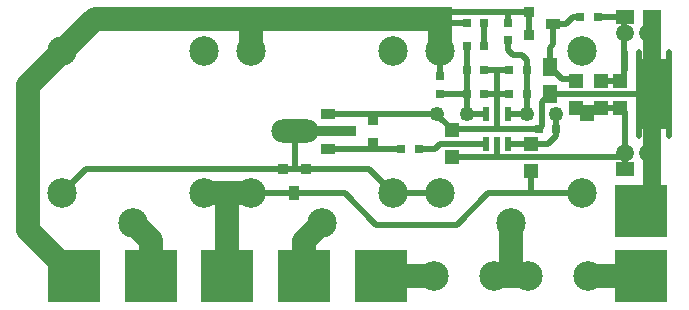
<source format=gtl>
%FSLAX42Y42*%
%MOMM*%
G71*
G01*
G75*
G04 Layer_Physical_Order=1*
%ADD10R,1.27X0.91*%
%ADD11R,0.91X0.91*%
%ADD12R,3.05X6.00*%
%ADD13R,0.50X2.00*%
%ADD14O,0.50X2.00*%
%ADD15R,1.25X1.25*%
%ADD16R,1.25X1.50*%
%ADD17R,1.50X1.25*%
%ADD18R,0.75X0.75*%
%ADD19R,1.30X0.90*%
%ADD20R,0.90X0.90*%
%ADD21R,0.90X1.30*%
%ADD22O,4.00X2.00*%
%ADD23R,1.25X0.90*%
%ADD24R,2.55X0.90*%
%ADD25R,0.51X1.27*%
%ADD26C,0.50*%
%ADD27C,2.00*%
%ADD28C,1.50*%
%ADD29C,0.25*%
%ADD30R,4.50X4.50*%
%ADD31R,3.35X2.00*%
%ADD32C,1.50*%
%ADD33C,2.50*%
%ADD34C,1.25*%
%ADD35C,3.50*%
D10*
X2852Y-1093D02*
D03*
D11*
X3055Y-999D02*
D03*
Y-1190D02*
D03*
D12*
X5440Y-778D02*
D03*
D13*
X5188Y-1057D02*
D03*
D14*
X5312D02*
D03*
X5442D02*
D03*
X5567D02*
D03*
Y-497D02*
D03*
X5442D02*
D03*
X5312D02*
D03*
X5188D02*
D03*
D15*
X4985Y-893D02*
D03*
Y-662D02*
D03*
X4772Y-893D02*
D03*
Y-662D02*
D03*
X4395Y-1198D02*
D03*
Y-1427D02*
D03*
X3722Y-1082D02*
D03*
Y-1312D02*
D03*
X5147Y-662D02*
D03*
Y-893D02*
D03*
X4865Y-943D02*
D03*
D16*
X4553Y-547D02*
D03*
Y-778D02*
D03*
D17*
X5188Y-123D02*
D03*
Y-1415D02*
D03*
X5417D02*
D03*
Y-123D02*
D03*
D18*
X3628Y-622D02*
D03*
Y-772D02*
D03*
X4197Y-322D02*
D03*
Y-173D02*
D03*
X4360Y-772D02*
D03*
X4210D02*
D03*
X4360Y-572D02*
D03*
X4210D02*
D03*
X3447Y-1243D02*
D03*
X3297D02*
D03*
X4810Y-120D02*
D03*
X4960D02*
D03*
X4460Y-1070D02*
D03*
X4610D02*
D03*
X3850Y-772D02*
D03*
X4000D02*
D03*
Y-372D02*
D03*
X3850D02*
D03*
X4000Y-173D02*
D03*
X3850D02*
D03*
X3850Y-572D02*
D03*
X4000D02*
D03*
D19*
X4580Y-180D02*
D03*
D20*
X4380Y-275D02*
D03*
Y-85D02*
D03*
X2488Y-1415D02*
D03*
X2298D02*
D03*
D21*
X2392Y-1615D02*
D03*
D22*
X2398Y-1093D02*
D03*
D23*
X2677Y-1243D02*
D03*
Y-943D02*
D03*
D24*
Y-1093D02*
D03*
D25*
X4105Y-1198D02*
D03*
X4010D02*
D03*
Y-943D02*
D03*
X4105D02*
D03*
X4200D02*
D03*
Y-1198D02*
D03*
D26*
X2677Y-1243D02*
X3297D01*
X2677Y-943D02*
X3595D01*
X4747Y-120D02*
X4810D01*
X4580Y-180D02*
X4688D01*
X4655Y-650D02*
X4772D01*
X4580Y-355D02*
Y-180D01*
X4553Y-383D02*
X4580Y-355D01*
X4553Y-547D02*
Y-383D01*
X4580Y-575D02*
X4655Y-650D01*
X4772Y-662D02*
X4803D01*
X4772D02*
Y-650D01*
Y-893D02*
X5147D01*
X5188Y-1415D02*
Y-932D01*
X5147Y-893D02*
X5188Y-932D01*
X5185Y-625D02*
Y-120D01*
X4985Y-662D02*
X5147D01*
X5185Y-625D01*
X3545Y-85D02*
X4380D01*
X4197Y-173D02*
Y-85D01*
X3658Y-173D02*
X3850D01*
X3628Y-622D02*
Y-415D01*
X4688Y-180D02*
X4747Y-120D01*
X4380Y-275D02*
Y-85D01*
X4360Y-572D02*
Y-485D01*
Y-772D02*
X4360Y-572D01*
X4197Y-403D02*
Y-322D01*
X4240Y-445D02*
X4320D01*
X4360Y-485D01*
X4197Y-403D02*
X4240Y-445D01*
X3722Y-1312D02*
X5188D01*
X4105D02*
Y-1198D01*
X4033Y-1615D02*
X4828D01*
X4395D02*
Y-1427D01*
X2817Y-1615D02*
X3085Y-1883D01*
X3447Y-1243D02*
X3578D01*
X3622Y-1198D02*
X4010D01*
X3578Y-1243D02*
X3622Y-1198D01*
X3628Y-975D02*
X3722Y-1070D01*
Y-1082D02*
Y-1070D01*
X4105Y-1068D02*
Y-572D01*
X4000D02*
X4190D01*
X4000Y-772D02*
X4190D01*
X3788Y-1070D02*
X4460D01*
X4360Y-943D02*
Y-772D01*
X4200Y-943D02*
X4360D01*
X4553Y-778D02*
X5362D01*
X4488Y-843D02*
X4553Y-778D01*
X4488Y-1043D02*
Y-843D01*
X4460Y-1070D02*
X4488Y-1043D01*
X3850Y-772D02*
Y-372D01*
X3850Y-943D02*
Y-773D01*
Y-943D02*
X4010D01*
X3628Y-772D02*
X3850D01*
X4000Y-173D02*
X4000Y-372D01*
X4960Y-120D02*
X5185D01*
X4610Y-1130D02*
Y-943D01*
X4200Y-1198D02*
X4542D01*
X4610Y-1130D01*
X5388Y-1385D02*
X5417Y-1415D01*
X2027Y-1615D02*
X2817D01*
X428Y-1615D02*
X628Y-1415D01*
X3027D02*
X3228Y-1615D01*
X3628D01*
X2398Y-1415D02*
X2398Y-1093D01*
X628Y-1415D02*
X3027D01*
X3765Y-1883D02*
X4033Y-1615D01*
X3085Y-1883D02*
X3765D01*
D27*
X703Y-140D02*
X3628D01*
X140Y-703D02*
X703Y-140D01*
X2027D02*
X2027Y-415D01*
X138Y-1928D02*
X528Y-2317D01*
X3628Y-240D02*
X3628Y-415D01*
X2474Y-2345D02*
Y-2019D01*
X2627Y-1865D01*
X1627Y-1615D02*
X2027D01*
X1627Y-1615D02*
X1827D01*
X1827Y-2342D02*
Y-2317D01*
X1825Y-2317D02*
Y-1615D01*
X1176Y-2345D02*
Y-2014D01*
X1027Y-1865D02*
X1176Y-2014D01*
X138Y-1928D02*
Y-1663D01*
X514Y-2331D02*
X528Y-2345D01*
X4880Y-2317D02*
X5330D01*
X4228D02*
Y-1865D01*
X3128Y-2317D02*
X3572D01*
X140Y-1663D02*
Y-703D01*
X543Y-2330D02*
X557Y-2345D01*
X4083Y-2317D02*
X4370D01*
D28*
X5417Y-1767D02*
Y-140D01*
D29*
X4080Y-2345D02*
X4083Y-2348D01*
X3228Y-1615D02*
X3230Y-1612D01*
D30*
X525Y-2317D02*
D03*
X1174D02*
D03*
X1822D02*
D03*
X2471D02*
D03*
X5330Y-1770D02*
D03*
Y-2317D02*
D03*
X3125D02*
D03*
D31*
X3560Y-140D02*
D03*
D32*
X5362Y-778D02*
D03*
X5188Y-262D02*
D03*
X5388D02*
D03*
Y-1277D02*
D03*
X5188D02*
D03*
D33*
X4228Y-1865D02*
D03*
X4828Y-1615D02*
D03*
X3628Y-415D02*
D03*
Y-1615D02*
D03*
X4828Y-415D02*
D03*
X2627Y-1865D02*
D03*
X1027Y-1865D02*
D03*
X3228Y-415D02*
D03*
X1627Y-415D02*
D03*
X428D02*
D03*
X3228Y-1615D02*
D03*
X2027Y-415D02*
D03*
Y-1615D02*
D03*
X1627Y-1615D02*
D03*
X428D02*
D03*
X4880Y-2317D02*
D03*
X4370D02*
D03*
X4083D02*
D03*
X3572D02*
D03*
D34*
X4610Y-943D02*
D03*
X4360D02*
D03*
X3850D02*
D03*
X3595D02*
D03*
D35*
X5330Y-1770D02*
D03*
X1825Y-2317D02*
D03*
X3128D02*
D03*
X5330D02*
D03*
X1176D02*
D03*
X2474D02*
D03*
X528D02*
D03*
M02*

</source>
